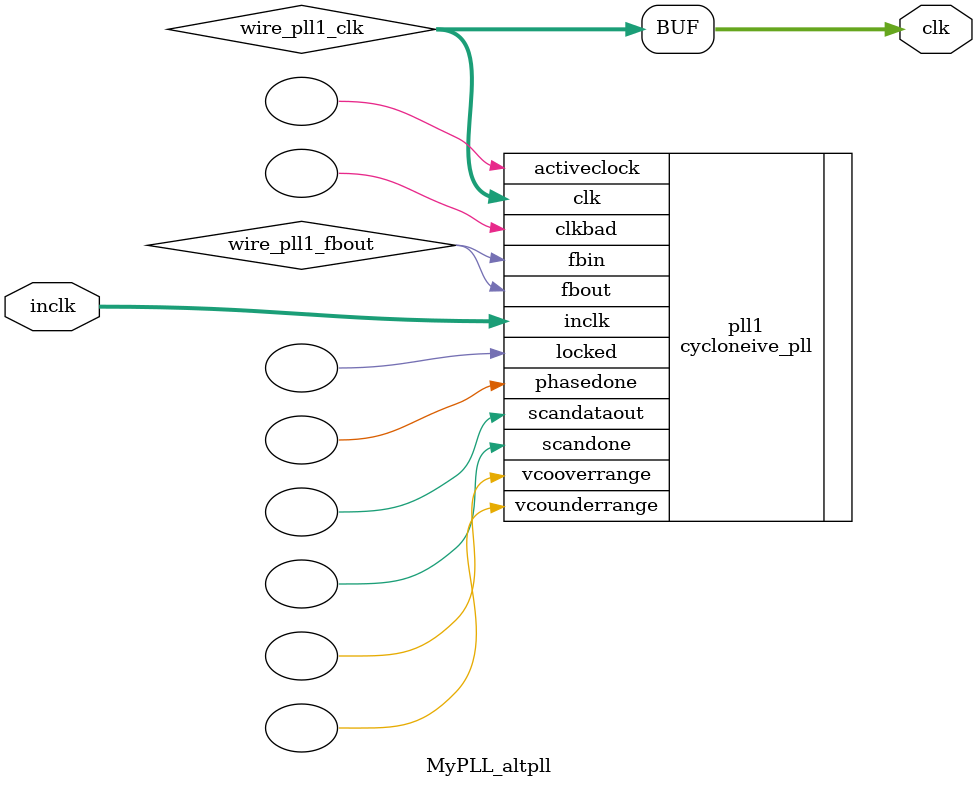
<source format=v>






//synthesis_resources = cycloneive_pll 1 
//synopsys translate_off
`timescale 1 ps / 1 ps
//synopsys translate_on
module  MyPLL_altpll
	( 
	clk,
	inclk) /* synthesis synthesis_clearbox=1 */;
	output   [4:0]  clk;
	input   [1:0]  inclk;
`ifndef ALTERA_RESERVED_QIS
// synopsys translate_off
`endif
	tri0   [1:0]  inclk;
`ifndef ALTERA_RESERVED_QIS
// synopsys translate_on
`endif

	wire  [4:0]   wire_pll1_clk;
	wire  wire_pll1_fbout;

	cycloneive_pll   pll1
	( 
	.activeclock(),
	.clk(wire_pll1_clk),
	.clkbad(),
	.fbin(wire_pll1_fbout),
	.fbout(wire_pll1_fbout),
	.inclk(inclk),
	.locked(),
	.phasedone(),
	.scandataout(),
	.scandone(),
	.vcooverrange(),
	.vcounderrange()
	`ifndef FORMAL_VERIFICATION
	// synopsys translate_off
	`endif
	,
	.areset(1'b0),
	.clkswitch(1'b0),
	.configupdate(1'b0),
	.pfdena(1'b1),
	.phasecounterselect({3{1'b0}}),
	.phasestep(1'b0),
	.phaseupdown(1'b0),
	.scanclk(1'b0),
	.scanclkena(1'b1),
	.scandata(1'b0)
	`ifndef FORMAL_VERIFICATION
	// synopsys translate_on
	`endif
	);
	defparam
		pll1.bandwidth_type = "auto",
		pll1.clk0_divide_by = 5,
		pll1.clk0_duty_cycle = 50,
		pll1.clk0_multiply_by = 1,
		pll1.clk0_phase_shift = "0",
		pll1.compensate_clock = "clk0",
		pll1.inclk0_input_frequency = 20000,
		pll1.operation_mode = "normal",
		pll1.pll_type = "auto",
		pll1.lpm_type = "cycloneive_pll";
	assign
		clk = {wire_pll1_clk[4:0]};
endmodule //MyPLL_altpll
//VALID FILE

</source>
